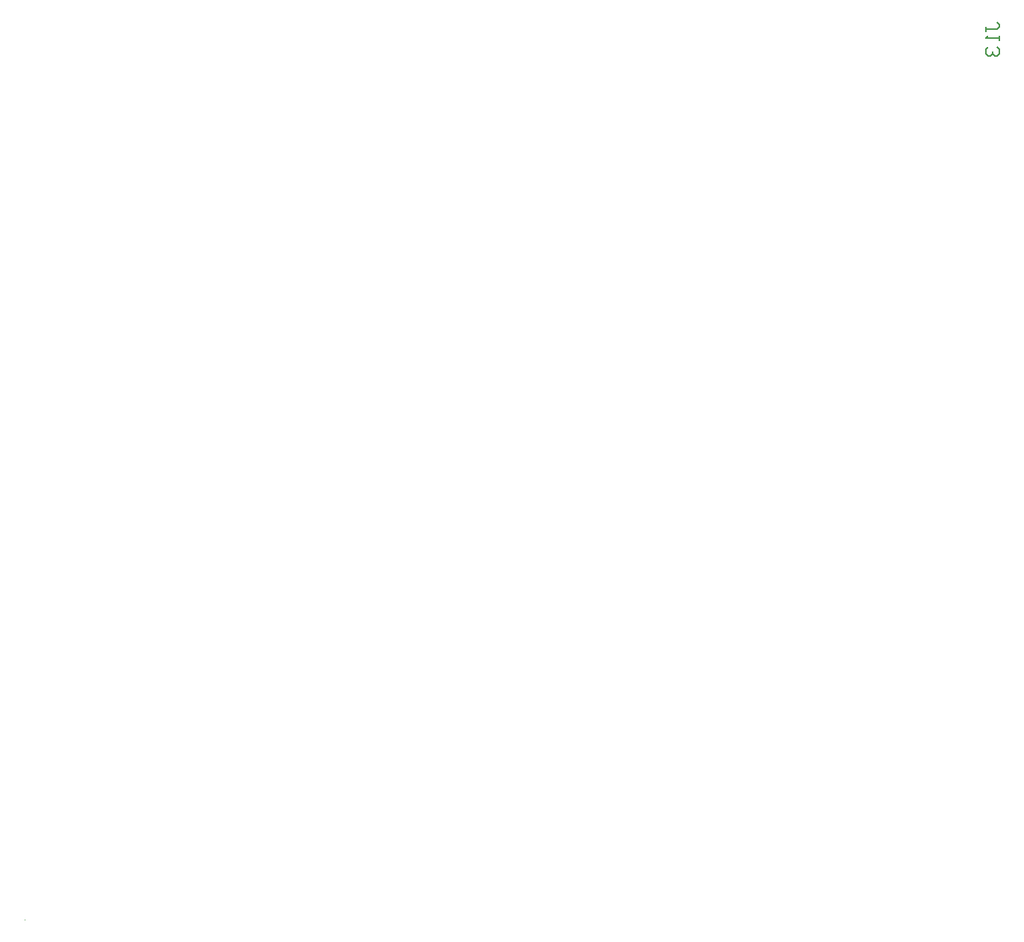
<source format=gbr>
%TF.GenerationSoftware,Altium Limited,Altium Designer,22.10.1 (41)*%
G04 Layer_Color=8388736*
%FSLAX25Y25*%
%MOIN*%
%TF.SameCoordinates,BEAA4B2D-68BC-4382-99D5-5DCEA874A810*%
%TF.FilePolarity,Positive*%
%TF.FileFunction,Other,Bottom_Designator*%
%TF.Part,Single*%
G01*
G75*
%TA.AperFunction,NonConductor*%
%ADD89C,0.00591*%
%ADD114C,0.00000*%
%TA.AperFunction,SMDPad,CuDef*%
%ADD115C,0.00000*%
%TA.AperFunction,NonConductor*%
%ADD117C,0.00000*%
D89*
X291981Y222944D02*
Y224912D01*
Y223928D01*
X296901D01*
X297885Y224912D01*
Y225896D01*
X296901Y226880D01*
X297885Y220976D02*
Y219008D01*
Y219992D01*
X291981D01*
X292965Y220976D01*
Y216056D02*
X291981Y215072D01*
Y213104D01*
X292965Y212121D01*
X293949D01*
X294933Y213104D01*
Y214088D01*
Y213104D01*
X295917Y212121D01*
X296901D01*
X297885Y213104D01*
Y215072D01*
X296901Y216056D01*
D114*
X-137063Y-173624D02*
G03*
X-137063Y-173624I-0J0D01*
G01*
D02*
G03*
X-137063Y-173624I0J0D01*
G01*
Y-173631D02*
G03*
X-137063Y-173631I-0J0D01*
G01*
D02*
G03*
X-137063Y-173631I0J0D01*
G01*
D02*
G03*
X-137063Y-173631I-0J0D01*
G01*
D02*
G03*
X-137063Y-173631I0J0D01*
G01*
Y-173582D02*
G03*
X-137063Y-173582I-0J0D01*
G01*
D02*
G03*
X-137063Y-173582I0J0D01*
G01*
Y-173589D02*
G03*
X-137063Y-173589I-0J0D01*
G01*
D02*
G03*
X-137063Y-173589I0J0D01*
G01*
Y-173582D02*
G03*
X-137063Y-173582I-0J0D01*
G01*
D02*
G03*
X-137063Y-173582I0J0D01*
G01*
D115*
X-137087Y-173624D02*
D03*
Y-173631D02*
D03*
X-137082D02*
D03*
X-137087D02*
D03*
X-137082Y-173624D02*
D03*
Y-173631D02*
D03*
X-137057D02*
D03*
Y-173624D02*
D03*
Y-173631D02*
D03*
Y-173582D02*
D03*
D03*
Y-173589D02*
D03*
X-137082Y-173582D02*
D03*
Y-173589D02*
D03*
Y-173582D02*
D03*
X-137087D02*
D03*
D03*
Y-173589D02*
D03*
X-137041Y-173624D02*
D03*
X-137099D02*
D03*
X-137094Y-173589D02*
D03*
Y-173613D02*
D03*
D03*
X-137099D02*
D03*
D03*
Y-173624D02*
D03*
X-137041Y-173589D02*
D03*
Y-173624D02*
D03*
Y-173589D02*
D03*
X-137094D02*
D03*
D117*
X-137087Y-173631D02*
Y-173624D01*
Y-173631D02*
X-137082D01*
Y-173624D01*
X-137063Y-173631D02*
Y-173624D01*
Y-173631D02*
X-137057D01*
Y-173624D01*
X-137063Y-173589D02*
Y-173582D01*
X-137057D01*
Y-173589D02*
Y-173582D01*
X-137082Y-173589D02*
Y-173582D01*
X-137087D02*
X-137082D01*
X-137087Y-173589D02*
Y-173582D01*
X-137099Y-173624D02*
X-137041D01*
X-137094Y-173613D02*
Y-173589D01*
X-137099Y-173613D02*
X-137094D01*
X-137099Y-173624D02*
Y-173613D01*
X-137041Y-173624D02*
Y-173589D01*
X-137094D02*
X-137041D01*
%TF.MD5,afe76879da07ad0e79b731b155dfc08b*%
M02*

</source>
